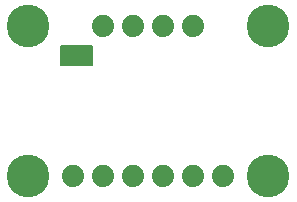
<source format=gbr>
G04 EAGLE Gerber RS-274X export*
G75*
%MOMM*%
%FSLAX34Y34*%
%LPD*%
%INSoldermask Bottom*%
%IPPOS*%
%AMOC8*
5,1,8,0,0,1.08239X$1,22.5*%
G01*
%ADD10C,1.879600*%
%ADD11C,3.617600*%

G36*
X78858Y118126D02*
X78858Y118126D01*
X78977Y118133D01*
X79015Y118146D01*
X79056Y118151D01*
X79166Y118194D01*
X79279Y118231D01*
X79314Y118253D01*
X79351Y118268D01*
X79447Y118338D01*
X79548Y118401D01*
X79576Y118431D01*
X79609Y118454D01*
X79685Y118546D01*
X79766Y118633D01*
X79786Y118668D01*
X79811Y118699D01*
X79862Y118807D01*
X79920Y118911D01*
X79930Y118951D01*
X79947Y118987D01*
X79969Y119104D01*
X79999Y119219D01*
X80003Y119280D01*
X80007Y119300D01*
X80005Y119320D01*
X80009Y119380D01*
X80009Y134620D01*
X79994Y134738D01*
X79987Y134857D01*
X79974Y134895D01*
X79969Y134936D01*
X79926Y135046D01*
X79889Y135159D01*
X79867Y135194D01*
X79852Y135231D01*
X79783Y135327D01*
X79719Y135428D01*
X79689Y135456D01*
X79666Y135489D01*
X79574Y135565D01*
X79487Y135646D01*
X79452Y135666D01*
X79421Y135691D01*
X79313Y135742D01*
X79209Y135800D01*
X79169Y135810D01*
X79133Y135827D01*
X79016Y135849D01*
X78901Y135879D01*
X78841Y135883D01*
X78821Y135887D01*
X78800Y135885D01*
X78740Y135889D01*
X53340Y135889D01*
X53222Y135874D01*
X53103Y135867D01*
X53065Y135854D01*
X53024Y135849D01*
X52914Y135806D01*
X52801Y135769D01*
X52766Y135747D01*
X52729Y135732D01*
X52633Y135663D01*
X52532Y135599D01*
X52504Y135569D01*
X52471Y135546D01*
X52396Y135454D01*
X52314Y135367D01*
X52294Y135332D01*
X52269Y135301D01*
X52218Y135193D01*
X52160Y135089D01*
X52150Y135049D01*
X52133Y135013D01*
X52111Y134896D01*
X52081Y134781D01*
X52077Y134721D01*
X52073Y134701D01*
X52074Y134694D01*
X52073Y134691D01*
X52074Y134676D01*
X52071Y134620D01*
X52071Y119380D01*
X52086Y119262D01*
X52093Y119143D01*
X52106Y119105D01*
X52111Y119064D01*
X52154Y118954D01*
X52191Y118841D01*
X52213Y118806D01*
X52228Y118769D01*
X52298Y118673D01*
X52361Y118572D01*
X52391Y118544D01*
X52414Y118511D01*
X52506Y118436D01*
X52593Y118354D01*
X52628Y118334D01*
X52659Y118309D01*
X52767Y118258D01*
X52871Y118200D01*
X52911Y118190D01*
X52947Y118173D01*
X53064Y118151D01*
X53179Y118121D01*
X53240Y118117D01*
X53260Y118113D01*
X53280Y118115D01*
X53340Y118111D01*
X78740Y118111D01*
X78858Y118126D01*
G37*
D10*
X63500Y25400D03*
X88900Y25400D03*
X114300Y25400D03*
X139700Y25400D03*
X165100Y25400D03*
X190500Y25400D03*
D11*
X25400Y152400D03*
X228600Y152400D03*
X25400Y25400D03*
X228600Y25400D03*
D10*
X88900Y152400D03*
X114300Y152400D03*
X139700Y152400D03*
X165100Y152400D03*
M02*

</source>
